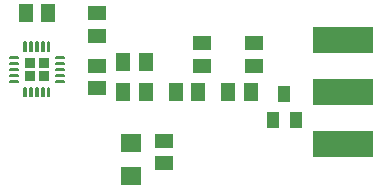
<source format=gtp>
G75*
%MOIN*%
%OFA0B0*%
%FSLAX25Y25*%
%IPPOS*%
%LPD*%
%AMOC8*
5,1,8,0,0,1.08239X$1,22.5*
%
%ADD10R,0.07087X0.06299*%
%ADD11R,0.05118X0.05906*%
%ADD12R,0.05906X0.05118*%
%ADD13R,0.03937X0.05512*%
%ADD14R,0.03621X0.03621*%
%ADD15R,0.03621X0.03632*%
%ADD16R,0.03628X0.03621*%
%ADD17R,0.03632X0.03632*%
%ADD18C,0.00553*%
%ADD19R,0.20000X0.09000*%
D10*
X0078677Y0043238D03*
X0078677Y0054262D03*
D11*
X0076187Y0071250D03*
X0083667Y0071250D03*
X0093687Y0071250D03*
X0101167Y0071250D03*
X0111187Y0071250D03*
X0118667Y0071250D03*
X0083667Y0081250D03*
X0076187Y0081250D03*
X0051167Y0097500D03*
X0043687Y0097500D03*
D12*
X0067427Y0097490D03*
X0067427Y0090010D03*
X0067427Y0079990D03*
X0067427Y0072510D03*
X0089927Y0054990D03*
X0089927Y0047510D03*
X0102427Y0080010D03*
X0102427Y0087490D03*
X0119927Y0087490D03*
X0119927Y0080010D03*
D13*
X0129927Y0070581D03*
X0126187Y0061919D03*
X0133667Y0061919D03*
D14*
X0045123Y0076446D03*
D15*
X0049735Y0076446D03*
D16*
X0045124Y0081056D03*
D17*
X0049735Y0081058D03*
D18*
X0053668Y0080955D02*
X0053668Y0080483D01*
X0053668Y0080955D02*
X0056422Y0080955D01*
X0056422Y0080483D01*
X0053668Y0080483D01*
X0053668Y0078986D02*
X0053668Y0078514D01*
X0053668Y0078986D02*
X0056422Y0078986D01*
X0056422Y0078514D01*
X0053668Y0078514D01*
X0053668Y0077017D02*
X0053668Y0076545D01*
X0053668Y0077017D02*
X0056422Y0077017D01*
X0056422Y0076545D01*
X0053668Y0076545D01*
X0053668Y0075049D02*
X0053668Y0074577D01*
X0053668Y0075049D02*
X0056422Y0075049D01*
X0056422Y0074577D01*
X0053668Y0074577D01*
X0051600Y0072509D02*
X0051128Y0072509D01*
X0051600Y0072509D02*
X0051600Y0069755D01*
X0051128Y0069755D01*
X0051128Y0072509D01*
X0051128Y0070307D02*
X0051600Y0070307D01*
X0051600Y0070859D02*
X0051128Y0070859D01*
X0051128Y0071411D02*
X0051600Y0071411D01*
X0051600Y0071963D02*
X0051128Y0071963D01*
X0049632Y0072509D02*
X0049160Y0072509D01*
X0049632Y0072509D02*
X0049632Y0069755D01*
X0049160Y0069755D01*
X0049160Y0072509D01*
X0049160Y0070307D02*
X0049632Y0070307D01*
X0049632Y0070859D02*
X0049160Y0070859D01*
X0049160Y0071411D02*
X0049632Y0071411D01*
X0049632Y0071963D02*
X0049160Y0071963D01*
X0047663Y0072509D02*
X0047191Y0072509D01*
X0047663Y0072509D02*
X0047663Y0069755D01*
X0047191Y0069755D01*
X0047191Y0072509D01*
X0047191Y0070307D02*
X0047663Y0070307D01*
X0047663Y0070859D02*
X0047191Y0070859D01*
X0047191Y0071411D02*
X0047663Y0071411D01*
X0047663Y0071963D02*
X0047191Y0071963D01*
X0045695Y0072509D02*
X0045223Y0072509D01*
X0045695Y0072509D02*
X0045695Y0069755D01*
X0045223Y0069755D01*
X0045223Y0072509D01*
X0045223Y0070307D02*
X0045695Y0070307D01*
X0045695Y0070859D02*
X0045223Y0070859D01*
X0045223Y0071411D02*
X0045695Y0071411D01*
X0045695Y0071963D02*
X0045223Y0071963D01*
X0043726Y0072509D02*
X0043254Y0072509D01*
X0043726Y0072509D02*
X0043726Y0069755D01*
X0043254Y0069755D01*
X0043254Y0072509D01*
X0043254Y0070307D02*
X0043726Y0070307D01*
X0043726Y0070859D02*
X0043254Y0070859D01*
X0043254Y0071411D02*
X0043726Y0071411D01*
X0043726Y0071963D02*
X0043254Y0071963D01*
X0041186Y0074577D02*
X0041186Y0075049D01*
X0041186Y0074577D02*
X0038432Y0074577D01*
X0038432Y0075049D01*
X0041186Y0075049D01*
X0041186Y0076545D02*
X0041186Y0077017D01*
X0041186Y0076545D02*
X0038432Y0076545D01*
X0038432Y0077017D01*
X0041186Y0077017D01*
X0041186Y0078514D02*
X0041186Y0078986D01*
X0041186Y0078514D02*
X0038432Y0078514D01*
X0038432Y0078986D01*
X0041186Y0078986D01*
X0041186Y0080483D02*
X0041186Y0080955D01*
X0041186Y0080483D02*
X0038432Y0080483D01*
X0038432Y0080955D01*
X0041186Y0080955D01*
X0041186Y0082451D02*
X0041186Y0082923D01*
X0041186Y0082451D02*
X0038432Y0082451D01*
X0038432Y0082923D01*
X0041186Y0082923D01*
X0043254Y0084991D02*
X0043726Y0084991D01*
X0043254Y0084991D02*
X0043254Y0087745D01*
X0043726Y0087745D01*
X0043726Y0084991D01*
X0043726Y0085543D02*
X0043254Y0085543D01*
X0043254Y0086095D02*
X0043726Y0086095D01*
X0043726Y0086647D02*
X0043254Y0086647D01*
X0043254Y0087199D02*
X0043726Y0087199D01*
X0045223Y0084991D02*
X0045695Y0084991D01*
X0045223Y0084991D02*
X0045223Y0087745D01*
X0045695Y0087745D01*
X0045695Y0084991D01*
X0045695Y0085543D02*
X0045223Y0085543D01*
X0045223Y0086095D02*
X0045695Y0086095D01*
X0045695Y0086647D02*
X0045223Y0086647D01*
X0045223Y0087199D02*
X0045695Y0087199D01*
X0047191Y0084991D02*
X0047663Y0084991D01*
X0047191Y0084991D02*
X0047191Y0087745D01*
X0047663Y0087745D01*
X0047663Y0084991D01*
X0047663Y0085543D02*
X0047191Y0085543D01*
X0047191Y0086095D02*
X0047663Y0086095D01*
X0047663Y0086647D02*
X0047191Y0086647D01*
X0047191Y0087199D02*
X0047663Y0087199D01*
X0049160Y0084991D02*
X0049632Y0084991D01*
X0049160Y0084991D02*
X0049160Y0087745D01*
X0049632Y0087745D01*
X0049632Y0084991D01*
X0049632Y0085543D02*
X0049160Y0085543D01*
X0049160Y0086095D02*
X0049632Y0086095D01*
X0049632Y0086647D02*
X0049160Y0086647D01*
X0049160Y0087199D02*
X0049632Y0087199D01*
X0051128Y0084991D02*
X0051600Y0084991D01*
X0051128Y0084991D02*
X0051128Y0087745D01*
X0051600Y0087745D01*
X0051600Y0084991D01*
X0051600Y0085543D02*
X0051128Y0085543D01*
X0051128Y0086095D02*
X0051600Y0086095D01*
X0051600Y0086647D02*
X0051128Y0086647D01*
X0051128Y0087199D02*
X0051600Y0087199D01*
X0053668Y0082923D02*
X0053668Y0082451D01*
X0053668Y0082923D02*
X0056422Y0082923D01*
X0056422Y0082451D01*
X0053668Y0082451D01*
D19*
X0149365Y0088650D03*
X0149365Y0071250D03*
X0149365Y0053850D03*
M02*

</source>
